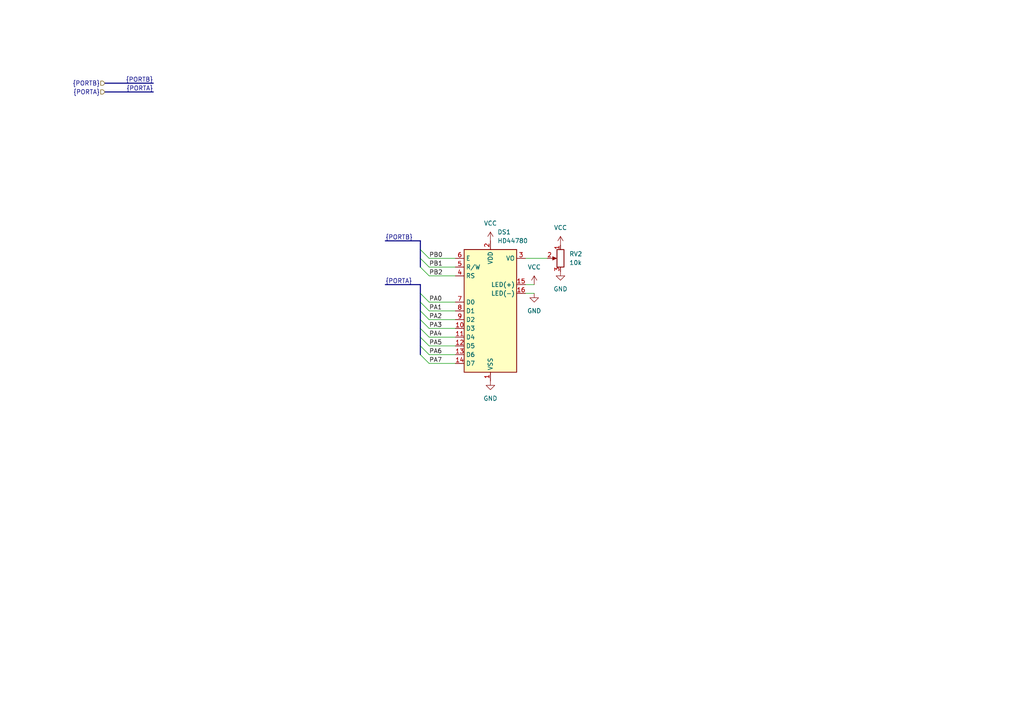
<source format=kicad_sch>
(kicad_sch (version 20211123) (generator eeschema)
  (paper "A4")
  (title_block (title "Peripherals module") (date "2023-02-24") (rev "A.31") (comment 2 "https://github.com/adrienkohlbecker/65C816") (comment 3 "Licensed under CERN-OHL-W v2") (comment 4 "Copyright © 2022 Adrien Kohlbecker"))
  (lib_symbols
    (symbol "Device:R_Potentiometer" (pin_names (offset 1.016) hide)
      (property "Reference" "RV" (at -4.445 0 90))
      (property "Value" "R_Potentiometer" (at -2.54 0 90))
      (symbol "R_Potentiometer_0_1"
        (polyline (pts (xy 2.54 0) (xy 1.524 0)))
        (polyline (pts (xy 1.143 0) (xy 2.286 0.508) (xy 2.286 -0.508) (xy 1.143 0)) (fill (type outline)))
        (rectangle (start 1.016 2.54) (end -1.016 -2.54) (stroke (width 0.254)))
      )
      (symbol "R_Potentiometer_1_1"
        (pin passive line (at 0 3.81 270) (length 1.27) (name "1") (number "1"))
        (pin passive line (at 3.81 0 180) (length 1.27) (name "2") (number "2"))
        (pin passive line (at 0 -3.81 90) (length 1.27) (name "3") (number "3"))
      )
    )
    (symbol "Display_Character:WC1602A"
      (property "Reference" "DS" (at -5.842 19.05 0))
      (property "Value" "WC1602A" (at 5.334 19.05 0))
      (symbol "WC1602A_1_1"
        (rectangle (start -7.62 17.78) (end 7.62 -17.78) (stroke (width 0.254)) (fill (type background)))
        (pin power_in line (at 0 -20.32 90) (length 2.54) (name "VSS") (number "1"))
        (pin input line (at -10.16 -5.08 0) (length 2.54) (name "D3") (number "10"))
        (pin input line (at -10.16 -7.62 0) (length 2.54) (name "D4") (number "11"))
        (pin input line (at -10.16 -10.16 0) (length 2.54) (name "D5") (number "12"))
        (pin input line (at -10.16 -12.7 0) (length 2.54) (name "D6") (number "13"))
        (pin input line (at -10.16 -15.24 0) (length 2.54) (name "D7") (number "14"))
        (pin power_in line (at 10.16 7.62 180) (length 2.54) (name "LED(+)") (number "15"))
        (pin power_in line (at 10.16 5.08 180) (length 2.54) (name "LED(-)") (number "16"))
        (pin power_in line (at 0 20.32 270) (length 2.54) (name "VDD") (number "2"))
        (pin input line (at 10.16 15.24 180) (length 2.54) (name "VO") (number "3"))
        (pin input line (at -10.16 10.16 0) (length 2.54) (name "RS") (number "4"))
        (pin input line (at -10.16 12.7 0) (length 2.54) (name "R/W") (number "5"))
        (pin input line (at -10.16 15.24 0) (length 2.54) (name "E") (number "6"))
        (pin input line (at -10.16 2.54 0) (length 2.54) (name "D0") (number "7"))
        (pin input line (at -10.16 0 0) (length 2.54) (name "D1") (number "8"))
        (pin input line (at -10.16 -2.54 0) (length 2.54) (name "D2") (number "9"))
      )
    )
    (symbol "power:GND" (power) (pin_names (offset 0))
      (property "Value" "GND" (at 0 -3.81 0))
      (symbol "GND_0_1"
        (polyline (pts (xy 0 0) (xy 0 -1.27) (xy 1.27 -1.27) (xy 0 -2.54) (xy -1.27 -1.27) (xy 0 -1.27)))
      )
      (symbol "GND_1_1"
        (pin power_in line (at 0 0 270) (length 0) hide (name "GND") (number "1"))
      )
    )
    (symbol "power:VCC" (power) (pin_names (offset 0))
      (property "Value" "VCC" (at 0 3.81 0))
      (symbol "VCC_0_1"
        (polyline (pts (xy -0.762 1.27) (xy 0 2.54)))
        (polyline (pts (xy 0 0) (xy 0 2.54)))
        (polyline (pts (xy 0 2.54) (xy 0.762 1.27)))
      )
      (symbol "VCC_1_1"
        (pin power_in line (at 0 0 90) (length 0) hide (name "VCC") (number "1"))
      )
    )
  )
  (bus_entry (at 121.92 87.63) (size 2.54 2.54))
  (bus_entry (at 121.92 74.93) (size 2.54 2.54))
  (bus_entry (at 121.92 72.39) (size 2.54 2.54))
  (bus_entry (at 121.92 100.33) (size 2.54 2.54))
  (bus_entry (at 121.92 97.79) (size 2.54 2.54))
  (bus_entry (at 121.92 77.47) (size 2.54 2.54))
  (bus_entry (at 121.92 92.71) (size 2.54 2.54))
  (bus_entry (at 121.92 102.87) (size 2.54 2.54))
  (bus_entry (at 121.92 85.09) (size 2.54 2.54))
  (bus_entry (at 121.92 90.17) (size 2.54 2.54))
  (bus_entry (at 121.92 95.25) (size 2.54 2.54))
  (bus (pts (xy 121.92 82.55) (xy 121.92 85.09)))
  (bus (pts (xy 121.92 74.93) (xy 121.92 77.47)))
  (bus (pts (xy 121.92 97.79) (xy 121.92 100.33)))
  (bus (pts (xy 121.92 95.25) (xy 121.92 97.79)))
  (bus (pts (xy 121.92 92.71) (xy 121.92 95.25)))
  (bus (pts (xy 111.76 69.85) (xy 121.92 69.85)))
  (wire (pts (xy 124.46 77.47) (xy 132.08 77.47)))
  (wire (pts (xy 152.4 85.09) (xy 154.94 85.09)))
  (wire (pts (xy 124.46 87.63) (xy 132.08 87.63)))
  (wire (pts (xy 124.46 74.93) (xy 132.08 74.93)))
  (wire (pts (xy 124.46 102.87) (xy 132.08 102.87)))
  (bus (pts (xy 121.92 85.09) (xy 121.92 87.63)))
  (bus (pts (xy 121.92 69.85) (xy 121.92 72.39)))
  (bus (pts (xy 121.92 72.39) (xy 121.92 74.93)))
  (wire (pts (xy 152.4 74.93) (xy 158.75 74.93)))
  (wire (pts (xy 152.4 82.55) (xy 154.94 82.55)))
  (wire (pts (xy 124.46 100.33) (xy 132.08 100.33)))
  (bus (pts (xy 30.48 26.67) (xy 44.45 26.67)))
  (bus (pts (xy 121.92 87.63) (xy 121.92 90.17)))
  (bus (pts (xy 30.48 24.13) (xy 44.45 24.13)))
  (wire (pts (xy 124.46 95.25) (xy 132.08 95.25)))
  (wire (pts (xy 124.46 80.01) (xy 132.08 80.01)))
  (wire (pts (xy 124.46 105.41) (xy 132.08 105.41)))
  (wire (pts (xy 124.46 90.17) (xy 132.08 90.17)))
  (bus (pts (xy 121.92 90.17) (xy 121.92 92.71)))
  (wire (pts (xy 124.46 97.79) (xy 132.08 97.79)))
  (wire (pts (xy 124.46 92.71) (xy 132.08 92.71)))
  (bus (pts (xy 121.92 100.33) (xy 121.92 102.87)))
  (bus (pts (xy 111.76 82.55) (xy 121.92 82.55)))
  (label "PA1" (at 124.46 90.17 0))
  (label "PA0" (at 124.46 87.63 0))
  (label "PA4" (at 124.46 97.79 0))
  (label "{PORTA}" (at 44.45 26.67 180))
  (label "PA3" (at 124.46 95.25 0))
  (label "PB2" (at 124.46 80.01 0))
  (label "{PORTB}" (at 111.76 69.85 0))
  (label "PA5" (at 124.46 100.33 0))
  (label "PB1" (at 124.46 77.47 0))
  (label "PA2" (at 124.46 92.71 0))
  (label "PB0" (at 124.46 74.93 0))
  (label "{PORTB}" (at 44.45 24.13 180))
  (label "PA6" (at 124.46 102.87 0))
  (label "PA7" (at 124.46 105.41 0))
  (label "{PORTA}" (at 111.76 82.55 0))
  (hierarchical_label "{PORTA}" (shape input) (at 30.48 26.67 180))
  (hierarchical_label "{PORTB}" (shape input) (at 30.48 24.13 180))
  (symbol (lib_id "Device:R_Potentiometer") (at 162.56 74.93 0) (mirror y) (unit 1)
    (property "Reference" "RV2" (at 165.1 73.6599 0) (effects (justify right)))
    (property "Value" "10k" (at 165.1 76.1999 0) (effects (justify right)))
  )
  (symbol (lib_id "Display_Character:WC1602A") (at 142.24 90.17 0) (unit 1)
    (property "Reference" "DS1" (at 144.2594 67.31 0) (effects (justify left)))
    (property "Value" "HD44780" (at 144.2594 69.85 0) (effects (justify left)))
    (property "Footprint" "Display:WC1602A" (effects hide))
    (property "Datasheet" "https://eater.net/datasheets/HD44780.pdf" (effects hide))
  )
  (symbol (lib_id "power:GND") (at 154.94 85.09 0) (unit 1)
    (property "Reference" "#PWR0109" (effects hide))
    (property "Value" "GND" (at 154.94 90.17 0))
  )
  (symbol (lib_id "power:VCC") (at 162.56 71.12 0) (unit 1)
    (property "Reference" "#PWR0110" (effects hide))
    (property "Value" "VCC" (at 162.56 66.04 0))
  )
  (symbol (lib_id "power:GND") (at 142.24 110.49 0) (unit 1)
    (property "Reference" "#PWR0107" (effects hide))
    (property "Value" "GND" (at 142.24 115.57 0))
  )
  (symbol (lib_id "power:GND") (at 162.56 78.74 0) (unit 1)
    (property "Reference" "#PWR0111" (effects hide))
    (property "Value" "GND" (at 162.56 83.82 0))
  )
  (symbol (lib_id "power:VCC") (at 142.24 69.85 0) (unit 1)
    (property "Reference" "#PWR0106" (effects hide))
    (property "Value" "VCC" (at 142.24 64.77 0))
  )
  (symbol (lib_id "power:VCC") (at 154.94 82.55 0) (unit 1)
    (property "Reference" "#PWR0108" (effects hide))
    (property "Value" "VCC" (at 154.94 77.47 0))
  )
)
</source>
